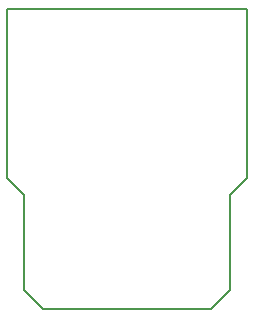
<source format=gbr>
G04 DipTrace 2.4.0.2*
%INBoardOutline.gbr*%
%MOIN*%
%ADD11C,0.0055*%
%FSLAX44Y44*%
G04*
G70*
G90*
G75*
G01*
%LNBoardOutline*%
%LPD*%
X-4000Y10000D2*
D11*
Y4370D1*
X-3430Y3800D1*
Y620D1*
X-2810Y0D1*
X2810D1*
X3430Y620D1*
Y3800D1*
X4000Y4370D1*
Y10000D1*
X-4000D1*
M02*

</source>
